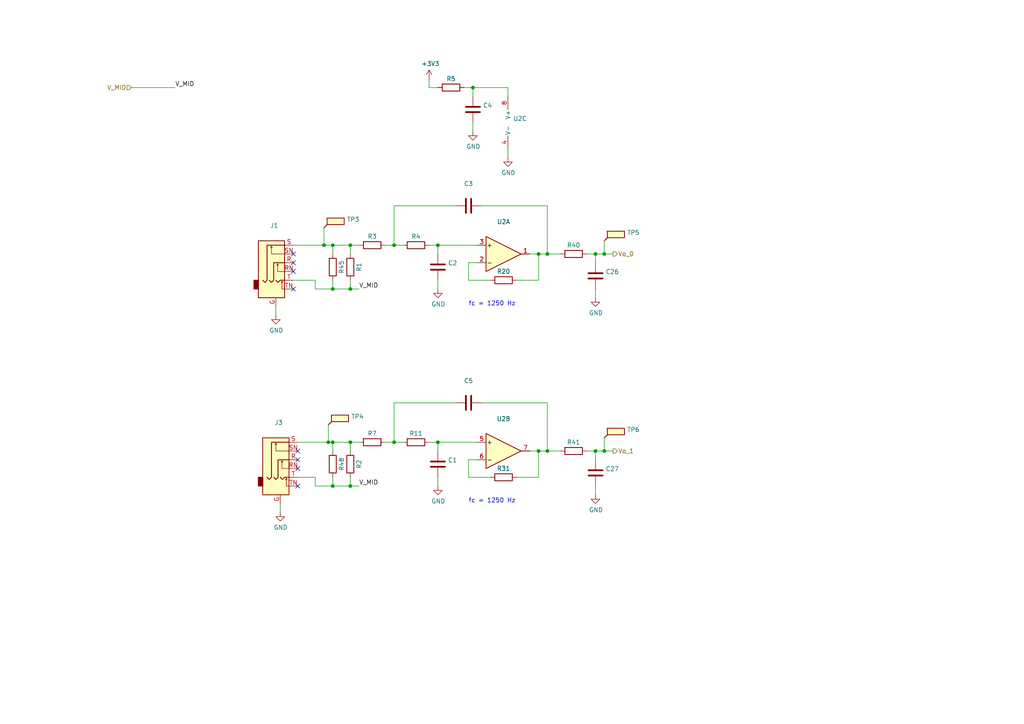
<source format=kicad_sch>
(kicad_sch (version 20211123) (generator eeschema)
  (paper "A4")
  (lib_symbols
    (symbol "Amplifier_Operational:MCP6002-xSN" (pin_names (offset 0.127))
      (property "Reference" "U" (at 0 5.08 0))
      (property "Value" "MCP6002-xSN" (at 0 -5.08 0))
      (symbol "MCP6002-xSN_1_1"
        (polyline (pts (xy -5.08 5.08) (xy 5.08 0) (xy -5.08 -5.08) (xy -5.08 5.08)) (stroke (width 0.254)) (fill (type background)))
        (pin output line (at 7.62 0 180) (length 2.54) (name "~") (number "1"))
        (pin input line (at -7.62 -2.54 0) (length 2.54) (name "-") (number "2"))
        (pin input line (at -7.62 2.54 0) (length 2.54) (name "+") (number "3"))
      )
      (symbol "MCP6002-xSN_2_1"
        (polyline (pts (xy -5.08 5.08) (xy 5.08 0) (xy -5.08 -5.08) (xy -5.08 5.08)) (stroke (width 0.254)) (fill (type background)))
        (pin input line (at -7.62 2.54 0) (length 2.54) (name "+") (number "5"))
        (pin input line (at -7.62 -2.54 0) (length 2.54) (name "-") (number "6"))
        (pin output line (at 7.62 0 180) (length 2.54) (name "~") (number "7"))
      )
      (symbol "MCP6002-xSN_3_1"
        (pin power_in line (at -2.54 -7.62 90) (length 3.81) (name "V-") (number "4"))
        (pin power_in line (at -2.54 7.62 270) (length 3.81) (name "V+") (number "8"))
      )
    )
    (symbol "Connector:AudioJack3_Ground_Switch"
      (property "Reference" "J" (at 0 11.43 0))
      (property "Value" "AudioJack3_Ground_Switch" (at 0 8.89 0))
      (symbol "AudioJack3_Ground_Switch_0_1"
        (rectangle (start -5.08 -5.08) (end -6.35 -7.62) (stroke (width 0.254)) (fill (type outline)))
        (rectangle (start 2.54 6.35) (end -5.08 -10.16) (stroke (width 0.254)) (fill (type background)))
      )
      (symbol "AudioJack3_Ground_Switch_1_1"
        (polyline (pts (xy -1.27 4.826) (xy -1.016 4.318)))
        (polyline (pts (xy 0.508 -0.254) (xy 0.762 -0.762)))
        (polyline (pts (xy 1.778 -5.334) (xy 2.032 -5.842)))
        (polyline (pts (xy 0 -5.08) (xy 0.635 -5.715) (xy 1.27 -5.08) (xy 2.54 -5.08)) (stroke (width 0.254)))
        (polyline (pts (xy 2.54 -7.62) (xy 1.778 -7.62) (xy 1.778 -5.334) (xy 1.524 -5.842)))
        (polyline (pts (xy 2.54 -2.54) (xy 0.508 -2.54) (xy 0.508 -0.254) (xy 0.254 -0.762)))
        (polyline (pts (xy 2.54 2.54) (xy -1.27 2.54) (xy -1.27 4.826) (xy -1.524 4.318)))
        (polyline (pts (xy -1.905 -5.08) (xy -1.27 -5.715) (xy -0.635 -5.08) (xy -0.635 0) (xy 2.54 0)) (stroke (width 0.254)))
        (polyline (pts (xy 2.54 5.08) (xy -2.54 5.08) (xy -2.54 -5.08) (xy -3.175 -5.715) (xy -3.81 -5.08)) (stroke (width 0.254)))
        (pin passive line (at 0 -12.7 90) (length 2.54) (name "~") (number "G"))
        (pin passive line (at 5.08 0 180) (length 2.54) (name "~") (number "R"))
        (pin passive line (at 5.08 -2.54 180) (length 2.54) (name "~") (number "RN"))
        (pin passive line (at 5.08 5.08 180) (length 2.54) (name "~") (number "S"))
        (pin passive line (at 5.08 2.54 180) (length 2.54) (name "~") (number "SN"))
        (pin passive line (at 5.08 -5.08 180) (length 2.54) (name "~") (number "T"))
        (pin passive line (at 5.08 -7.62 180) (length 2.54) (name "~") (number "TN"))
      )
    )
    (symbol "Connector:TestPoint_Flag" (pin_numbers hide) (pin_names (offset 0.762) hide)
      (property "Reference" "TP" (at 3.429 1.778 0))
      (property "Value" "TestPoint_Flag" (at 3.302 4.191 0))
      (symbol "TestPoint_Flag_0_1"
        (polyline (pts (xy 0 0) (xy 0.889 0.889)) (stroke (width 0.254)))
        (rectangle (start 0.889 2.794) (end 5.842 0.889) (stroke (width 0.254)) (fill (type background)))
      )
      (symbol "TestPoint_Flag_1_1"
        (pin passive line (at 0 0 90) (length 0) (name "1") (number "1"))
      )
    )
    (symbol "Device:C" (pin_numbers hide) (pin_names (offset 0.254))
      (property "Reference" "C" (at 0.635 2.54 0))
      (property "Value" "C" (at 0.635 -2.54 0))
      (symbol "C_0_1"
        (polyline (pts (xy -2.032 -0.762) (xy 2.032 -0.762)) (stroke (width 0.508)))
        (polyline (pts (xy -2.032 0.762) (xy 2.032 0.762)) (stroke (width 0.508)))
      )
      (symbol "C_1_1"
        (pin passive line (at 0 3.81 270) (length 2.794) (name "~") (number "1"))
        (pin passive line (at 0 -3.81 90) (length 2.794) (name "~") (number "2"))
      )
    )
    (symbol "Device:R" (pin_numbers hide) (pin_names (offset 0))
      (property "Reference" "R" (at 2.032 0 90))
      (property "Value" "R" (at 0 0 90))
      (symbol "R_0_1"
        (rectangle (start -1.016 -2.54) (end 1.016 2.54) (stroke (width 0.254)))
      )
      (symbol "R_1_1"
        (pin passive line (at 0 3.81 270) (length 1.27) (name "~") (number "1"))
        (pin passive line (at 0 -3.81 90) (length 1.27) (name "~") (number "2"))
      )
    )
    (symbol "power:+3V3" (power) (pin_names (offset 0))
      (property "Value" "+3V3" (at 0 3.556 0))
      (symbol "+3V3_0_1"
        (polyline (pts (xy -0.762 1.27) (xy 0 2.54)))
        (polyline (pts (xy 0 0) (xy 0 2.54)))
        (polyline (pts (xy 0 2.54) (xy 0.762 1.27)))
      )
      (symbol "+3V3_1_1"
        (pin power_in line (at 0 0 90) (length 0) hide (name "+3V3") (number "1"))
      )
    )
    (symbol "power:GND" (power) (pin_names (offset 0))
      (property "Value" "GND" (at 0 -3.81 0))
      (symbol "GND_0_1"
        (polyline (pts (xy 0 0) (xy 0 -1.27) (xy 1.27 -1.27) (xy 0 -2.54) (xy -1.27 -1.27) (xy 0 -1.27)))
      )
      (symbol "GND_1_1"
        (pin power_in line (at 0 0 270) (length 0) hide (name "GND") (number "1"))
      )
    )
  )
  (junction (at 127 128.27))
  (junction (at 114.3 128.27))
  (junction (at 101.6 71.12))
  (junction (at 175.26 130.81))
  (junction (at 96.52 140.97))
  (junction (at 175.26 73.66))
  (junction (at 172.72 130.81))
  (junction (at 158.75 130.81))
  (junction (at 93.98 71.12))
  (junction (at 101.6 128.27))
  (junction (at 114.3 71.12))
  (junction (at 156.21 73.66))
  (junction (at 96.52 83.82))
  (junction (at 96.52 71.12))
  (junction (at 137.16 25.4))
  (junction (at 158.75 73.66))
  (junction (at 156.21 130.81))
  (junction (at 96.52 128.27))
  (junction (at 101.6 140.97))
  (junction (at 127 71.12))
  (junction (at 172.72 73.66))
  (junction (at 101.6 83.82))
  (junction (at 95.25 128.27))
  (no_connect (at 86.36 135.89))
  (no_connect (at 85.09 83.82))
  (no_connect (at 85.09 73.66))
  (no_connect (at 85.09 78.74))
  (no_connect (at 85.09 76.2))
  (no_connect (at 86.36 133.35))
  (no_connect (at 86.36 140.97))
  (no_connect (at 86.36 130.81))
  (wire (pts (xy 85.09 81.28) (xy 91.44 81.28)))
  (wire (pts (xy 158.75 130.81) (xy 158.75 116.84)))
  (wire (pts (xy 135.89 133.35) (xy 135.89 138.43)))
  (wire (pts (xy 91.44 83.82) (xy 96.52 83.82)))
  (wire (pts (xy 172.72 143.51) (xy 172.72 140.97)))
  (wire (pts (xy 111.76 128.27) (xy 114.3 128.27)))
  (wire (pts (xy 96.52 130.81) (xy 96.52 128.27)))
  (wire (pts (xy 127 71.12) (xy 138.43 71.12)))
  (wire (pts (xy 172.72 130.81) (xy 172.72 133.35)))
  (wire (pts (xy 111.76 71.12) (xy 114.3 71.12)))
  (wire (pts (xy 101.6 71.12) (xy 104.14 71.12)))
  (wire (pts (xy 175.26 130.81) (xy 175.26 127)))
  (wire (pts (xy 158.75 59.69) (xy 139.7 59.69)))
  (wire (pts (xy 86.36 128.27) (xy 95.25 128.27)))
  (wire (pts (xy 38.1 25.4) (xy 50.8 25.4)))
  (wire (pts (xy 147.32 45.72) (xy 147.32 43.18)))
  (wire (pts (xy 101.6 83.82) (xy 101.6 81.28)))
  (wire (pts (xy 156.21 73.66) (xy 158.75 73.66)))
  (wire (pts (xy 93.98 71.12) (xy 96.52 71.12)))
  (wire (pts (xy 86.36 138.43) (xy 91.44 138.43)))
  (wire (pts (xy 124.46 71.12) (xy 127 71.12)))
  (wire (pts (xy 137.16 25.4) (xy 147.32 25.4)))
  (wire (pts (xy 96.52 71.12) (xy 101.6 71.12)))
  (wire (pts (xy 96.52 81.28) (xy 96.52 83.82)))
  (wire (pts (xy 153.67 130.81) (xy 156.21 130.81)))
  (wire (pts (xy 132.08 116.84) (xy 114.3 116.84)))
  (wire (pts (xy 96.52 83.82) (xy 101.6 83.82)))
  (wire (pts (xy 80.01 91.44) (xy 80.01 88.9)))
  (wire (pts (xy 101.6 140.97) (xy 104.14 140.97)))
  (wire (pts (xy 158.75 130.81) (xy 162.56 130.81)))
  (wire (pts (xy 156.21 138.43) (xy 156.21 130.81)))
  (wire (pts (xy 91.44 81.28) (xy 91.44 83.82)))
  (wire (pts (xy 172.72 73.66) (xy 172.72 76.2)))
  (wire (pts (xy 127 83.82) (xy 127 81.28)))
  (wire (pts (xy 96.52 73.66) (xy 96.52 71.12)))
  (wire (pts (xy 101.6 140.97) (xy 101.6 138.43)))
  (wire (pts (xy 114.3 71.12) (xy 116.84 71.12)))
  (wire (pts (xy 127 130.81) (xy 127 128.27)))
  (wire (pts (xy 114.3 116.84) (xy 114.3 128.27)))
  (wire (pts (xy 149.86 81.28) (xy 156.21 81.28)))
  (wire (pts (xy 114.3 128.27) (xy 116.84 128.27)))
  (wire (pts (xy 101.6 71.12) (xy 101.6 73.66)))
  (wire (pts (xy 142.24 81.28) (xy 135.89 81.28)))
  (wire (pts (xy 138.43 133.35) (xy 135.89 133.35)))
  (wire (pts (xy 114.3 59.69) (xy 114.3 71.12)))
  (wire (pts (xy 93.98 66.04) (xy 93.98 71.12)))
  (wire (pts (xy 91.44 140.97) (xy 96.52 140.97)))
  (wire (pts (xy 127 128.27) (xy 138.43 128.27)))
  (wire (pts (xy 156.21 81.28) (xy 156.21 73.66)))
  (wire (pts (xy 158.75 73.66) (xy 158.75 59.69)))
  (wire (pts (xy 96.52 138.43) (xy 96.52 140.97)))
  (wire (pts (xy 172.72 86.36) (xy 172.72 83.82)))
  (wire (pts (xy 81.28 146.05) (xy 81.28 148.59)))
  (wire (pts (xy 153.67 73.66) (xy 156.21 73.66)))
  (wire (pts (xy 96.52 128.27) (xy 101.6 128.27)))
  (wire (pts (xy 137.16 25.4) (xy 137.16 27.94)))
  (wire (pts (xy 85.09 71.12) (xy 93.98 71.12)))
  (wire (pts (xy 132.08 59.69) (xy 114.3 59.69)))
  (wire (pts (xy 142.24 138.43) (xy 135.89 138.43)))
  (wire (pts (xy 158.75 116.84) (xy 139.7 116.84)))
  (wire (pts (xy 175.26 73.66) (xy 175.26 69.85)))
  (wire (pts (xy 158.75 73.66) (xy 162.56 73.66)))
  (wire (pts (xy 95.25 128.27) (xy 96.52 128.27)))
  (wire (pts (xy 124.46 25.4) (xy 124.46 22.86)))
  (wire (pts (xy 101.6 83.82) (xy 104.14 83.82)))
  (wire (pts (xy 135.89 76.2) (xy 135.89 81.28)))
  (wire (pts (xy 172.72 73.66) (xy 175.26 73.66)))
  (wire (pts (xy 134.62 25.4) (xy 137.16 25.4)))
  (wire (pts (xy 175.26 130.81) (xy 177.8 130.81)))
  (wire (pts (xy 137.16 38.1) (xy 137.16 35.56)))
  (wire (pts (xy 149.86 138.43) (xy 156.21 138.43)))
  (wire (pts (xy 101.6 128.27) (xy 104.14 128.27)))
  (wire (pts (xy 96.52 140.97) (xy 101.6 140.97)))
  (wire (pts (xy 127 140.97) (xy 127 138.43)))
  (wire (pts (xy 147.32 25.4) (xy 147.32 27.94)))
  (wire (pts (xy 127 73.66) (xy 127 71.12)))
  (wire (pts (xy 101.6 130.81) (xy 101.6 128.27)))
  (wire (pts (xy 124.46 128.27) (xy 127 128.27)))
  (wire (pts (xy 156.21 130.81) (xy 158.75 130.81)))
  (wire (pts (xy 91.44 138.43) (xy 91.44 140.97)))
  (wire (pts (xy 170.18 130.81) (xy 172.72 130.81)))
  (wire (pts (xy 138.43 76.2) (xy 135.89 76.2)))
  (wire (pts (xy 127 25.4) (xy 124.46 25.4)))
  (wire (pts (xy 170.18 73.66) (xy 172.72 73.66)))
  (wire (pts (xy 172.72 130.81) (xy 175.26 130.81)))
  (wire (pts (xy 95.25 123.19) (xy 95.25 128.27)))
  (wire (pts (xy 175.26 73.66) (xy 177.8 73.66)))
  (text "fc = 1250 Hz" (at 135.89 146.05 0) (effects (font (size 1.27 1.27)) (justify left bottom)))
  (text "fc = 1250 Hz" (at 135.89 88.9 0) (effects (font (size 1.27 1.27)) (justify left bottom)))
  (label "V_MID" (at 104.14 140.97 0))
  (label "V_MID" (at 104.14 83.82 0))
  (label "V_MID" (at 50.8 25.4 0))
  (hierarchical_label "Vo_0" (shape output) (at 177.8 73.66 0))
  (hierarchical_label "Vo_1" (shape output) (at 177.8 130.81 0))
  (hierarchical_label "V_MID" (shape input) (at 38.1 25.4 180))
  (symbol (lib_id "Connector:AudioJack3_Ground_Switch") (at 80.01 76.2 0) (unit 1)
    (property "Reference" "J1" (at 79.5528 65.405 0))
  )
  (symbol (lib_id "power:GND") (at 80.01 91.44 0) (unit 1)
    (property "Reference" "#PWR02" (effects hide))
  )
  (symbol (lib_id "power:GND") (at 147.32 45.72 0) (unit 1)
    (property "Reference" "#PWR06" (effects hide))
  )
  (symbol (lib_id "Device:R") (at 101.6 77.47 180) (unit 1)
    (property "Reference" "R1" (at 104.14 77.47 90))
  )
  (symbol (lib_id "Device:R") (at 130.81 25.4 270) (unit 1)
    (property "Reference" "R5" (at 130.81 22.86 90))
  )
  (symbol (lib_id "Device:C") (at 137.16 31.75 180) (unit 1)
    (property "Reference" "C4" (at 140.081 30.5816 0) (effects (justify right)))
  )
  (symbol (lib_id "power:+3V3") (at 124.46 22.86 0) (unit 1)
    (property "Reference" "#PWR03" (effects hide))
  )
  (symbol (lib_id "power:GND") (at 137.16 38.1 0) (unit 1)
    (property "Reference" "#PWR05" (effects hide))
  )
  (symbol (lib_id "Device:C") (at 127 77.47 180) (unit 1)
    (property "Reference" "C2" (at 129.921 76.3016 0) (effects (justify right)))
  )
  (symbol (lib_id "Device:R") (at 120.65 71.12 270) (unit 1)
    (property "Reference" "R4" (at 120.65 68.58 90))
  )
  (symbol (lib_id "Device:C") (at 135.89 59.69 90) (unit 1)
    (property "Reference" "C3" (at 135.89 53.2892 90))
  )
  (symbol (lib_id "Device:R") (at 107.95 71.12 270) (unit 1)
    (property "Reference" "R3" (at 107.95 68.58 90))
  )
  (symbol (lib_id "Connector:AudioJack3_Ground_Switch") (at 81.28 133.35 0) (unit 1)
    (property "Reference" "J3" (at 80.8228 122.555 0))
  )
  (symbol (lib_id "Amplifier_Operational:MCP6002-xSN") (at 146.05 73.66 0) (unit 1)
    (property "Reference" "U2" (at 146.05 64.3382 0))
    (property "Datasheet" "http://ww1.microchip.com/downloads/en/DeviceDoc/21733j.pdf" (effects hide))
  )
  (symbol (lib_id "Amplifier_Operational:MCP6002-xSN") (at 146.05 130.81 0) (unit 2)
    (property "Reference" "U2" (at 146.05 121.4882 0))
    (property "Datasheet" "http://ww1.microchip.com/downloads/en/DeviceDoc/21733j.pdf" (effects hide))
  )
  (symbol (lib_id "Amplifier_Operational:MCP6002-xSN") (at 149.86 35.56 0) (unit 3)
    (property "Reference" "U2" (at 148.7932 34.3916 0) (effects (justify left)))
    (property "Datasheet" "http://ww1.microchip.com/downloads/en/DeviceDoc/21733j.pdf" (effects hide))
  )
  (symbol (lib_id "Device:C") (at 127 134.62 180) (unit 1)
    (property "Reference" "C1" (at 129.921 133.4516 0) (effects (justify right)))
  )
  (symbol (lib_id "Device:R") (at 120.65 128.27 270) (unit 1)
    (property "Reference" "R11" (at 120.65 125.73 90))
  )
  (symbol (lib_id "Device:C") (at 135.89 116.84 90) (unit 1)
    (property "Reference" "C5" (at 135.89 110.4392 90))
  )
  (symbol (lib_id "Device:R") (at 107.95 128.27 270) (unit 1)
    (property "Reference" "R7" (at 107.95 125.73 90))
  )
  (symbol (lib_id "Device:R") (at 101.6 134.62 180) (unit 1)
    (property "Reference" "R2" (at 104.14 134.62 90))
  )
  (symbol (lib_id "power:GND") (at 81.28 148.59 0) (unit 1)
    (property "Reference" "#PWR04" (effects hide))
  )
  (symbol (lib_id "Device:R") (at 166.37 73.66 270) (unit 1)
    (property "Reference" "R40" (at 166.37 71.12 90))
  )
  (symbol (lib_id "Device:C") (at 172.72 80.01 180) (unit 1)
    (property "Reference" "C26" (at 175.641 78.8416 0) (effects (justify right)))
  )
  (symbol (lib_id "Device:R") (at 146.05 81.28 270) (unit 1)
    (property "Reference" "R20" (at 146.05 78.74 90))
  )
  (symbol (lib_id "Device:R") (at 146.05 138.43 270) (unit 1)
    (property "Reference" "R31" (at 146.05 135.89 90))
  )
  (symbol (lib_id "Device:R") (at 166.37 130.81 270) (unit 1)
    (property "Reference" "R41" (at 166.37 128.27 90))
  )
  (symbol (lib_id "Device:C") (at 172.72 137.16 180) (unit 1)
    (property "Reference" "C27" (at 175.641 135.9916 0) (effects (justify right)))
  )
  (symbol (lib_id "Connector:TestPoint_Flag") (at 93.98 66.04 0) (unit 1)
    (property "Reference" "TP3" (at 100.584 63.6524 0) (effects (justify left)))
  )
  (symbol (lib_id "Connector:TestPoint_Flag") (at 95.25 123.19 0) (unit 1)
    (property "Reference" "TP4" (at 101.854 120.8024 0) (effects (justify left)))
  )
  (symbol (lib_id "Connector:TestPoint_Flag") (at 175.26 127 0) (unit 1)
    (property "Reference" "TP6" (at 181.864 124.6124 0) (effects (justify left)))
  )
  (symbol (lib_id "Connector:TestPoint_Flag") (at 175.26 69.85 0) (unit 1)
    (property "Reference" "TP5" (at 181.864 67.4624 0) (effects (justify left)))
  )
  (symbol (lib_id "Device:R") (at 96.52 77.47 180) (unit 1)
    (property "Reference" "R45" (at 99.06 77.47 90))
  )
  (symbol (lib_id "Device:R") (at 96.52 134.62 180) (unit 1)
    (property "Reference" "R48" (at 99.06 134.62 90))
  )
  (symbol (lib_id "power:GND") (at 127 83.82 0) (unit 1)
    (property "Reference" "#PWR?" (effects hide))
  )
  (symbol (lib_id "power:GND") (at 172.72 86.36 0) (unit 1)
    (property "Reference" "#PWR?" (effects hide))
  )
  (symbol (lib_id "power:GND") (at 172.72 143.51 0) (unit 1)
    (property "Reference" "#PWR?" (effects hide))
  )
  (symbol (lib_id "power:GND") (at 127 140.97 0) (unit 1)
    (property "Reference" "#PWR?" (effects hide))
  )
)
</source>
